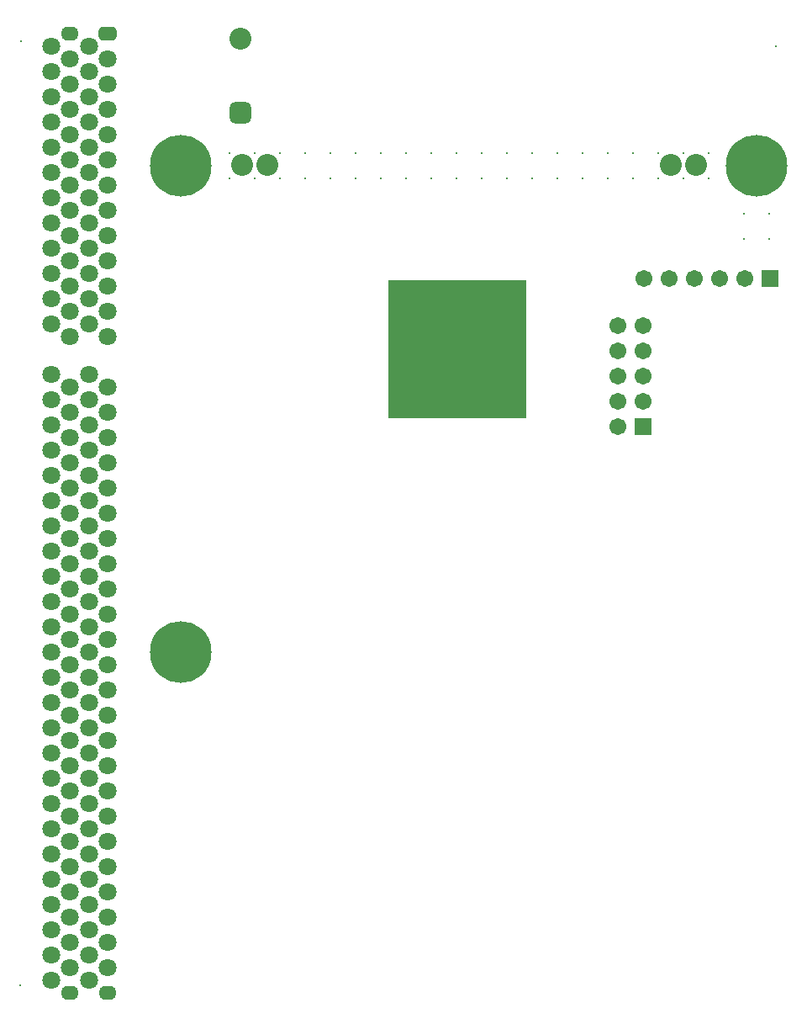
<source format=gbs>
G04*
G04 #@! TF.GenerationSoftware,Altium Limited,Altium Designer,22.6.1 (34)*
G04*
G04 Layer_Color=16711935*
%FSLAX25Y25*%
%MOIN*%
G70*
G04*
G04 #@! TF.SameCoordinates,5882E60C-0619-4AF0-9705-53F345807C1B*
G04*
G04*
G04 #@! TF.FilePolarity,Negative*
G04*
G01*
G75*
%ADD54O,0.07099X0.05524*%
%ADD55C,0.07099*%
G04:AMPARAMS|DCode=56|XSize=55.24mil|YSize=70.99mil|CornerRadius=15.81mil|HoleSize=0mil|Usage=FLASHONLY|Rotation=90.000|XOffset=0mil|YOffset=0mil|HoleType=Round|Shape=RoundedRectangle|*
%AMROUNDEDRECTD56*
21,1,0.05524,0.03937,0,0,90.0*
21,1,0.02362,0.07099,0,0,90.0*
1,1,0.03162,0.01968,0.01181*
1,1,0.03162,0.01968,-0.01181*
1,1,0.03162,-0.01968,-0.01181*
1,1,0.03162,-0.01968,0.01181*
%
%ADD56ROUNDEDRECTD56*%
%ADD57R,0.06706X0.06706*%
%ADD58C,0.06706*%
%ADD59C,0.08674*%
%ADD60C,0.00800*%
%ADD61C,0.08674*%
%ADD62R,0.06706X0.06706*%
%ADD63C,0.24422*%
G04:AMPARAMS|DCode=64|XSize=86.74mil|YSize=86.74mil|CornerRadius=23.68mil|HoleSize=0mil|Usage=FLASHONLY|Rotation=0.000|XOffset=0mil|YOffset=0mil|HoleType=Round|Shape=RoundedRectangle|*
%AMROUNDEDRECTD64*
21,1,0.08674,0.03937,0,0,0.0*
21,1,0.03937,0.08674,0,0,0.0*
1,1,0.04737,0.01968,-0.01968*
1,1,0.04737,-0.01968,-0.01968*
1,1,0.04737,-0.01968,0.01968*
1,1,0.04737,0.01968,0.01968*
%
%ADD64ROUNDEDRECTD64*%
%ADD95R,0.55041X0.55077*%
D54*
X86614Y5039D02*
D03*
X71653Y385039D02*
D03*
Y5039D02*
D03*
D55*
Y325039D02*
D03*
X86614D02*
D03*
X64173Y330039D02*
D03*
X79134D02*
D03*
X71653Y335039D02*
D03*
X86614D02*
D03*
X64173Y340039D02*
D03*
X79134D02*
D03*
X71653Y345039D02*
D03*
X86614D02*
D03*
X64173Y350039D02*
D03*
X79134D02*
D03*
X71653Y355039D02*
D03*
X86614D02*
D03*
X64173Y360039D02*
D03*
X79134D02*
D03*
X71653Y365039D02*
D03*
X86614D02*
D03*
X64173Y370039D02*
D03*
X79134D02*
D03*
X71653Y375039D02*
D03*
X86614D02*
D03*
X64173Y380039D02*
D03*
X79134D02*
D03*
X71653Y155039D02*
D03*
X86614D02*
D03*
X64173Y160039D02*
D03*
X79134D02*
D03*
X71653Y165039D02*
D03*
X86614D02*
D03*
X64173Y170039D02*
D03*
X79134D02*
D03*
X71653Y175039D02*
D03*
X86614D02*
D03*
X64173Y180039D02*
D03*
X79134D02*
D03*
X71653Y185039D02*
D03*
X86614D02*
D03*
X64173Y190039D02*
D03*
X79134D02*
D03*
X71653Y195039D02*
D03*
X86614D02*
D03*
X64173Y200039D02*
D03*
X79134D02*
D03*
X71653Y205039D02*
D03*
X86614D02*
D03*
X64173Y210039D02*
D03*
X79134D02*
D03*
X71653Y215039D02*
D03*
X86614D02*
D03*
X64173Y220039D02*
D03*
X79134D02*
D03*
X71653Y225039D02*
D03*
X86614D02*
D03*
X64173Y230039D02*
D03*
X79134D02*
D03*
X71653Y235039D02*
D03*
X86614D02*
D03*
X64173Y240039D02*
D03*
X79134D02*
D03*
X71653Y245039D02*
D03*
X86614D02*
D03*
X64173Y250039D02*
D03*
X79134D02*
D03*
X71653Y265039D02*
D03*
X86614D02*
D03*
X64173Y270039D02*
D03*
X79134D02*
D03*
X71653Y275039D02*
D03*
X86614D02*
D03*
X64173Y280039D02*
D03*
X79134D02*
D03*
X71653Y285039D02*
D03*
X86614D02*
D03*
X64173Y290039D02*
D03*
X79134D02*
D03*
X71653Y295039D02*
D03*
X86614D02*
D03*
X64173Y300039D02*
D03*
X79134D02*
D03*
X71653Y305039D02*
D03*
X86614D02*
D03*
X64173Y310039D02*
D03*
X79134D02*
D03*
X71653Y315039D02*
D03*
X86614D02*
D03*
X64173Y320039D02*
D03*
X79134D02*
D03*
X64173Y10039D02*
D03*
X79134D02*
D03*
X71653Y15039D02*
D03*
X86614D02*
D03*
X64173Y20039D02*
D03*
X79134D02*
D03*
X71653Y25039D02*
D03*
X86614D02*
D03*
X64173Y30039D02*
D03*
X79134D02*
D03*
X71653Y35039D02*
D03*
X86614D02*
D03*
X64173Y40039D02*
D03*
X79134D02*
D03*
X71653Y45039D02*
D03*
X86614D02*
D03*
X64173Y50039D02*
D03*
X79134D02*
D03*
X71653Y55039D02*
D03*
X86614D02*
D03*
X64173Y60039D02*
D03*
X79134D02*
D03*
X71653Y65039D02*
D03*
X86614D02*
D03*
X64173Y70039D02*
D03*
X79134D02*
D03*
X71653Y75039D02*
D03*
X86614D02*
D03*
X64173Y80039D02*
D03*
X79134D02*
D03*
X71653Y85039D02*
D03*
X86614D02*
D03*
X64173Y90039D02*
D03*
X79134D02*
D03*
X71653Y95039D02*
D03*
X86614D02*
D03*
X64173Y100039D02*
D03*
X79134D02*
D03*
X71653Y105039D02*
D03*
X86614D02*
D03*
X64173Y110039D02*
D03*
X79134D02*
D03*
X71653Y115039D02*
D03*
X86614D02*
D03*
X64173Y120039D02*
D03*
X79134D02*
D03*
X71653Y125039D02*
D03*
X86614D02*
D03*
X64173Y130039D02*
D03*
X79134D02*
D03*
X71653Y135039D02*
D03*
X86614D02*
D03*
X64173Y140039D02*
D03*
X79134D02*
D03*
X71653Y145039D02*
D03*
X86614D02*
D03*
X64173Y150039D02*
D03*
X79134D02*
D03*
D56*
X86614Y385039D02*
D03*
D57*
X298837Y229130D02*
D03*
D58*
X288837D02*
D03*
X298837Y239130D02*
D03*
X288837D02*
D03*
X298837Y249130D02*
D03*
X288837D02*
D03*
X298837Y259130D02*
D03*
X288837D02*
D03*
X298837Y269130D02*
D03*
X288837D02*
D03*
X339120Y287952D02*
D03*
X329120D02*
D03*
X319120D02*
D03*
X309120D02*
D03*
X299120D02*
D03*
D59*
X149825Y332783D02*
D03*
X309825D02*
D03*
D60*
X324830Y337740D02*
D03*
X134745Y327735D02*
D03*
X134830Y337740D02*
D03*
X144830D02*
D03*
Y327740D02*
D03*
X154830D02*
D03*
Y337740D02*
D03*
X164830D02*
D03*
Y327740D02*
D03*
X174830D02*
D03*
Y337740D02*
D03*
X184830D02*
D03*
Y327740D02*
D03*
X194830D02*
D03*
Y337740D02*
D03*
X204830D02*
D03*
Y327740D02*
D03*
X214830D02*
D03*
Y337740D02*
D03*
X224830D02*
D03*
Y327740D02*
D03*
X234830D02*
D03*
Y337740D02*
D03*
X244830D02*
D03*
Y327740D02*
D03*
X254830Y337740D02*
D03*
Y327740D02*
D03*
X264830D02*
D03*
Y337740D02*
D03*
X274830D02*
D03*
Y327740D02*
D03*
X284830D02*
D03*
Y337740D02*
D03*
X294830D02*
D03*
Y327740D02*
D03*
X304830D02*
D03*
Y337740D02*
D03*
X314830D02*
D03*
Y327740D02*
D03*
X324830D02*
D03*
X351483Y380095D02*
D03*
X52022Y382031D02*
D03*
X338943Y313546D02*
D03*
X338966Y303567D02*
D03*
X348966D02*
D03*
Y313567D02*
D03*
X51859Y7937D02*
D03*
D61*
X139825Y332783D02*
D03*
X319825D02*
D03*
X139091Y382804D02*
D03*
D62*
X349120Y287952D02*
D03*
D63*
X115620Y139827D02*
D03*
Y332740D02*
D03*
X343966D02*
D03*
D64*
X139235Y353462D02*
D03*
D95*
X225101Y259787D02*
D03*
M02*

</source>
